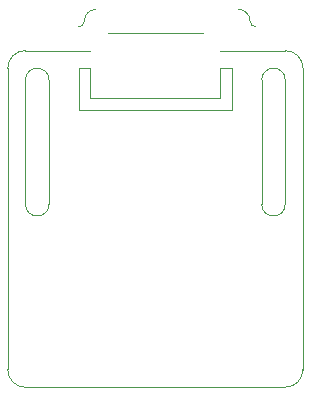
<source format=gbr>
G04 #@! TF.GenerationSoftware,KiCad,Pcbnew,(5.1.2)-1*
G04 #@! TF.CreationDate,2019-06-05T16:17:15+02:00*
G04 #@! TF.ProjectId,BodyTempUnit-e7,426f6479-5465-46d7-9055-6e69742d6537,rev?*
G04 #@! TF.SameCoordinates,Original*
G04 #@! TF.FileFunction,Profile,NP*
%FSLAX46Y46*%
G04 Gerber Fmt 4.6, Leading zero omitted, Abs format (unit mm)*
G04 Created by KiCad (PCBNEW (5.1.2)-1) date 2019-06-05 16:17:15*
%MOMM*%
%LPD*%
G04 APERTURE LIST*
%ADD10C,0.050000*%
G04 APERTURE END LIST*
D10*
X85516000Y-104000000D02*
G75*
G03X84516000Y-103000000I-1000000J0D01*
G01*
X86000008Y-104499744D02*
G75*
G02X85516000Y-104000000I15992J499744D01*
G01*
X84000000Y-108000000D02*
X84000000Y-111500000D01*
X83000000Y-108000000D02*
X84000000Y-108000000D01*
X83000000Y-108000000D02*
X83000000Y-110500000D01*
X71000000Y-108000000D02*
X71000000Y-111500000D01*
X72000000Y-108000000D02*
X71000000Y-108000000D01*
X72000000Y-110500000D02*
X72000000Y-108000000D01*
X84000000Y-111500000D02*
X71000000Y-111500000D01*
X66500000Y-106500000D02*
G75*
G03X65000000Y-108000000I0J-1500000D01*
G01*
X90000000Y-108000000D02*
G75*
G03X88500000Y-106500000I-1500000J0D01*
G01*
X90000000Y-108000000D02*
X90001100Y-133503600D01*
X88500000Y-106500000D02*
X83000000Y-106500000D01*
X71984000Y-106503600D02*
X66500000Y-106500000D01*
X71484000Y-104003600D02*
G75*
G02X70984000Y-104503600I-500000J0D01*
G01*
X65001100Y-108000000D02*
X65000000Y-133500000D01*
X73485100Y-105003600D02*
X81517100Y-105003600D01*
X72485100Y-103003600D02*
G75*
G03X71485100Y-104003600I0J-1000000D01*
G01*
X88500000Y-109000000D02*
X88500000Y-119500000D01*
X86500000Y-119500000D02*
X86500000Y-109000000D01*
X88500000Y-119500000D02*
G75*
G02X86500000Y-119500000I-1000000J0D01*
G01*
X86500000Y-109000000D02*
G75*
G02X88500000Y-109000000I1000000J0D01*
G01*
X68500000Y-109000000D02*
X68500000Y-119500000D01*
X66500000Y-109000000D02*
G75*
G02X68500000Y-109000000I1000000J0D01*
G01*
X68500000Y-119500000D02*
G75*
G02X66500000Y-119500000I-1000000J0D01*
G01*
X66500000Y-119500000D02*
X66500000Y-109000000D01*
X72000000Y-110503600D02*
X83000000Y-110500000D01*
X88501100Y-135003600D02*
G75*
G03X90001100Y-133503600I0J1500000D01*
G01*
X88501100Y-135003600D02*
X66501100Y-135003600D01*
X65001100Y-133503600D02*
G75*
G03X66501100Y-135003600I1500000J0D01*
G01*
M02*

</source>
